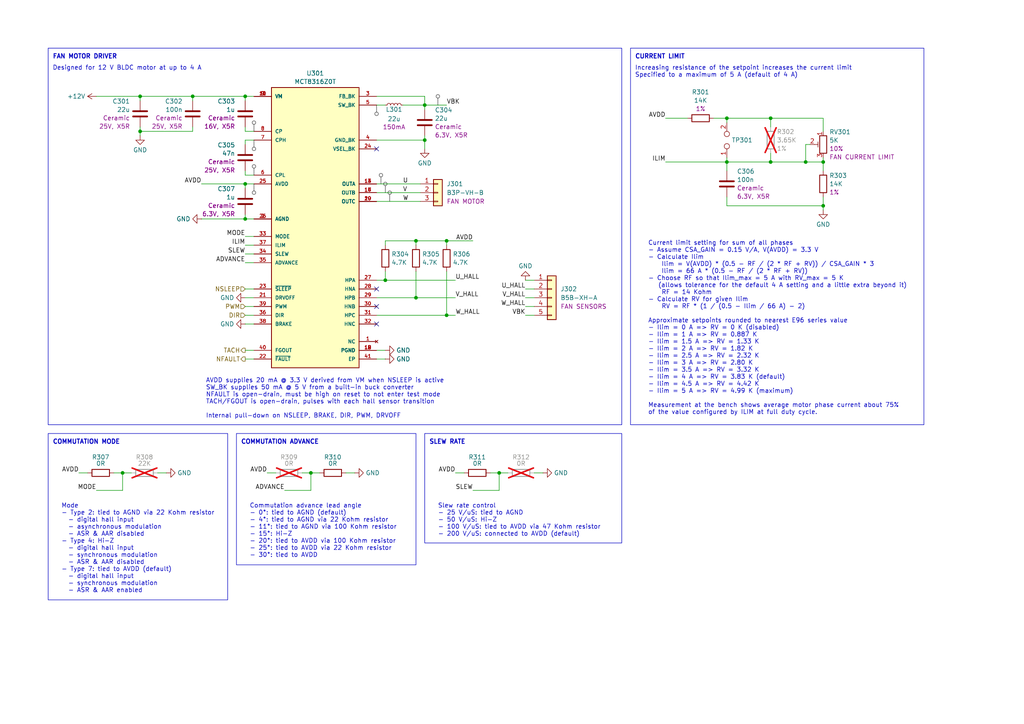
<source format=kicad_sch>
(kicad_sch (version 20231120) (generator "eeschema") (generator_version "8.0")
  (paper "A4")
  (title_block (title "Minuet Fan Motor Driver"))
  (lib_symbols
    (symbol "Connector:TestPoint_2Pole" (pin_names (offset 0.762) hide)
      (property "Reference" "TP" (at 0 1.524 0))
      (property "Value" "TestPoint_2Pole" (at 0 -1.778 0))
      (symbol "TestPoint_2Pole_0_1"
        (circle (center -1.778 0) (radius 0.762))
        (circle (center 1.778 0) (radius 0.762))
        (pin passive line (at -5.08 0 0) (length 2.54) (name "1") (number "1"))
        (pin passive line (at 5.08 0 180) (length 2.54) (name "2") (number "2"))
      )
    )
    (symbol "Connector_Generic:Conn_01x03" (pin_names (offset 1.016) hide)
      (property "Reference" "J" (at 0 5.08 0))
      (property "Value" "Conn_01x03" (at 0 -5.08 0))
      (symbol "Conn_01x03_1_1"
        (rectangle (start -1.27 -2.413) (end 0 -2.667) (stroke (width 0.1524)))
        (rectangle (start -1.27 0.127) (end 0 -0.127) (stroke (width 0.1524)))
        (rectangle (start -1.27 2.667) (end 0 2.413) (stroke (width 0.1524)))
        (rectangle (start -1.27 3.81) (end 1.27 -3.81) (stroke (width 0.254)) (fill (type background)))
        (pin passive line (at -5.08 2.54 0) (length 3.81) (name "Pin_1") (number "1"))
        (pin passive line (at -5.08 0 0) (length 3.81) (name "Pin_2") (number "2"))
        (pin passive line (at -5.08 -2.54 0) (length 3.81) (name "Pin_3") (number "3"))
      )
    )
    (symbol "Connector_Generic:Conn_01x05" (pin_names (offset 1.016) hide)
      (property "Reference" "J" (at 0 7.62 0))
      (property "Value" "Conn_01x05" (at 0 -7.62 0))
      (symbol "Conn_01x05_1_1"
        (rectangle (start -1.27 -4.953) (end 0 -5.207) (stroke (width 0.1524)))
        (rectangle (start -1.27 -2.413) (end 0 -2.667) (stroke (width 0.1524)))
        (rectangle (start -1.27 0.127) (end 0 -0.127) (stroke (width 0.1524)))
        (rectangle (start -1.27 2.667) (end 0 2.413) (stroke (width 0.1524)))
        (rectangle (start -1.27 5.207) (end 0 4.953) (stroke (width 0.1524)))
        (rectangle (start -1.27 6.35) (end 1.27 -6.35) (stroke (width 0.254)) (fill (type background)))
        (pin passive line (at -5.08 5.08 0) (length 3.81) (name "Pin_1") (number "1"))
        (pin passive line (at -5.08 2.54 0) (length 3.81) (name "Pin_2") (number "2"))
        (pin passive line (at -5.08 0 0) (length 3.81) (name "Pin_3") (number "3"))
        (pin passive line (at -5.08 -2.54 0) (length 3.81) (name "Pin_4") (number "4"))
        (pin passive line (at -5.08 -5.08 0) (length 3.81) (name "Pin_5") (number "5"))
      )
    )
    (symbol "Device:C" (pin_numbers hide) (pin_names (offset 0.254))
      (property "Reference" "C" (at 0.635 2.54 0))
      (property "Value" "C" (at 0.635 -2.54 0))
      (symbol "C_0_1"
        (polyline (pts (xy -2.032 -0.762) (xy 2.032 -0.762)) (stroke (width 0.508)))
        (polyline (pts (xy -2.032 0.762) (xy 2.032 0.762)) (stroke (width 0.508)))
      )
      (symbol "C_1_1"
        (pin passive line (at 0 3.81 270) (length 2.794) (name "~") (number "1"))
        (pin passive line (at 0 -3.81 90) (length 2.794) (name "~") (number "2"))
      )
    )
    (symbol "Device:L_Small" (pin_numbers hide) (pin_names (offset 0.254) hide)
      (property "Reference" "L" (at 0.762 1.016 0))
      (property "Value" "L_Small" (at 0.762 -1.016 0))
      (symbol "L_Small_0_1"
        (arc (start 0 -2.032) (mid 0.5058 -1.524) (end 0 -1.016))
        (arc (start 0 -1.016) (mid 0.5058 -0.508) (end 0 0))
        (arc (start 0 0) (mid 0.5058 0.508) (end 0 1.016))
        (arc (start 0 1.016) (mid 0.5058 1.524) (end 0 2.032))
      )
      (symbol "L_Small_1_1"
        (pin passive line (at 0 2.54 270) (length 0.508) (name "~") (number "1"))
        (pin passive line (at 0 -2.54 90) (length 0.508) (name "~") (number "2"))
      )
    )
    (symbol "Device:R" (pin_numbers hide) (pin_names (offset 0))
      (property "Reference" "R" (at 2.032 0 90))
      (property "Value" "R" (at 0 0 90))
      (symbol "R_0_1"
        (rectangle (start -1.016 -2.54) (end 1.016 2.54) (stroke (width 0.254)))
      )
      (symbol "R_1_1"
        (pin passive line (at 0 3.81 270) (length 1.27) (name "~") (number "1"))
        (pin passive line (at 0 -3.81 90) (length 1.27) (name "~") (number "2"))
      )
    )
    (symbol "Device:R_Potentiometer_Trim" (pin_names (offset 1.016) hide)
      (property "Reference" "RV" (at -4.445 0 90))
      (property "Value" "R_Potentiometer_Trim" (at -2.54 0 90))
      (symbol "R_Potentiometer_Trim_0_1"
        (polyline (pts (xy 1.524 0.762) (xy 1.524 -0.762)))
        (polyline (pts (xy 2.54 0) (xy 1.524 0)))
        (rectangle (start 1.016 2.54) (end -1.016 -2.54) (stroke (width 0.254)))
      )
      (symbol "R_Potentiometer_Trim_1_1"
        (pin passive line (at 0 3.81 270) (length 1.27) (name "1") (number "1"))
        (pin passive line (at 3.81 0 180) (length 1.27) (name "2") (number "2"))
        (pin passive line (at 0 -3.81 90) (length 1.27) (name "3") (number "3"))
      )
    )
    (symbol "MCT8316ZT:MCT8316ZT" (pin_names (offset 1.016))
      (property "Reference" "U" (at -12.7 41.402 0))
      (property "Value" "MCT8316ZT" (at -12.7 -43.18 0))
      (symbol "MCT8316ZT_0_0"
        (rectangle (start -12.7 40.64) (end 12.7 -40.64) (stroke (width 0.254)) (fill (type background)))
        (pin power_in line (at -17.78 38.1 0) (length 5.08) (name "VM") (number "10"))
        (pin power_in line (at 17.78 -35.56 180) (length 5.08) (name "PGND") (number "12"))
        (pin power_in line (at 17.78 -35.56 180) (length 5.08) (name "PGND") (number "18"))
        (pin power_in line (at -17.78 2.54 0) (length 5.08) (name "AGND") (number "2"))
        (pin input line (at -17.78 -20.32 0) (length 5.08) (name "DRVOFF") (number "21"))
        (pin output line (at -17.78 -38.1 0) (length 5.08) (name "~{FAULT}") (number "22"))
        (pin input line (at -17.78 -17.78 0) (length 5.08) (name "~{SLEEP}") (number "23"))
        (pin input line (at 17.78 -15.24 180) (length 5.08) (name "HPA") (number "27"))
        (pin input line (at 17.78 -17.78 180) (length 5.08) (name "HNA") (number "28"))
        (pin input line (at 17.78 -20.32 180) (length 5.08) (name "HPB") (number "29"))
        (pin input line (at 17.78 38.1 180) (length 5.08) (name "FB_BK") (number "3"))
        (pin input line (at 17.78 -22.86 180) (length 5.08) (name "HNB") (number "30"))
        (pin input line (at 17.78 -25.4 180) (length 5.08) (name "HPC") (number "31"))
        (pin input line (at 17.78 -27.94 180) (length 5.08) (name "HNC") (number "32"))
        (pin input line (at -17.78 -2.54 0) (length 5.08) (name "MODE") (number "33"))
        (pin input line (at -17.78 -7.62 0) (length 5.08) (name "SLEW") (number "34"))
        (pin input line (at -17.78 -10.16 0) (length 5.08) (name "ADVANCE") (number "35"))
        (pin input line (at -17.78 -25.4 0) (length 5.08) (name "DIR") (number "36"))
        (pin input line (at -17.78 -5.08 0) (length 5.08) (name "ILIM") (number "37"))
        (pin input line (at -17.78 -27.94 0) (length 5.08) (name "BRAKE") (number "38"))
        (pin input line (at -17.78 -22.86 0) (length 5.08) (name "PWM") (number "39"))
        (pin power_in line (at 17.78 25.4 180) (length 5.08) (name "GND_BK") (number "4"))
        (pin output line (at -17.78 -35.56 0) (length 5.08) (name "FGOUT") (number "40"))
        (pin power_in line (at 17.78 -38.1 180) (length 5.08) (name "EP") (number "41"))
        (pin power_in line (at -17.78 38.1 0) (length 5.08) (name "VM") (number "9"))
      )
      (symbol "MCT8316ZT_1_0"
        (pin no_connect line (at 17.78 -33.02 180) (length 5.08) (name "NC") (number "1"))
        (pin power_in line (at -17.78 38.1 0) (length 5.08) (name "VM") (number "11"))
        (pin power_out line (at 17.78 12.7 180) (length 5.08) (name "OUTA") (number "13"))
        (pin power_out line (at 17.78 12.7 180) (length 5.08) (name "OUTA") (number "14"))
        (pin power_in line (at 17.78 -35.56 180) (length 5.08) (name "PGND") (number "15"))
        (pin power_out line (at 17.78 10.16 180) (length 5.08) (name "OUTB") (number "16"))
        (pin power_out line (at 17.78 10.16 180) (length 5.08) (name "OUTB") (number "17"))
        (pin power_out line (at 17.78 7.62 180) (length 5.08) (name "OUTC") (number "19"))
        (pin power_out line (at 17.78 7.62 180) (length 5.08) (name "OUTC") (number "20"))
        (pin input line (at 17.78 22.86 180) (length 5.08) (name "VSEL_BK") (number "24"))
        (pin power_out line (at -17.78 12.7 0) (length 5.08) (name "AVDD") (number "25"))
        (pin power_in line (at -17.78 2.54 0) (length 5.08) (name "AGND") (number "26"))
        (pin power_out line (at 17.78 35.56 180) (length 5.08) (name "SW_BK") (number "5"))
        (pin power_out line (at -17.78 15.24 0) (length 5.08) (name "CPL") (number "6"))
        (pin power_out line (at -17.78 25.4 0) (length 5.08) (name "CPH") (number "7"))
        (pin power_out line (at -17.78 27.94 0) (length 5.08) (name "CP") (number "8"))
      )
    )
    (symbol "power:+12V" (power) (pin_numbers hide) (pin_names (offset 0) hide)
      (property "Value" "+12V" (at 0 3.556 0))
      (symbol "+12V_0_1"
        (polyline (pts (xy -0.762 1.27) (xy 0 2.54)))
        (polyline (pts (xy 0 0) (xy 0 2.54)))
        (polyline (pts (xy 0 2.54) (xy 0.762 1.27)))
      )
      (symbol "+12V_1_1"
        (pin power_in line (at 0 0 90) (length 0) (name "~") (number "1"))
      )
    )
    (symbol "power:GND" (power) (pin_numbers hide) (pin_names (offset 0) hide)
      (property "Value" "GND" (at 0 -3.81 0))
      (symbol "GND_0_1"
        (polyline (pts (xy 0 0) (xy 0 -1.27) (xy 1.27 -1.27) (xy 0 -2.54) (xy -1.27 -1.27) (xy 0 -1.27)))
      )
      (symbol "GND_1_1"
        (pin power_in line (at 0 0 270) (length 0) (name "~") (number "1"))
      )
    )
  )
  (junction (at 238.76 59.69))
  (junction (at 55.88 27.94))
  (junction (at 238.76 46.99))
  (junction (at 71.12 63.5))
  (junction (at 123.19 40.64))
  (junction (at 71.12 53.34))
  (junction (at 123.19 30.48))
  (junction (at 40.64 27.94))
  (junction (at 90.17 137.16))
  (junction (at 71.12 27.94))
  (junction (at 210.82 34.29))
  (junction (at 129.54 69.85))
  (junction (at 210.82 46.99))
  (junction (at 144.78 137.16))
  (junction (at 223.52 46.99))
  (junction (at 129.54 91.44))
  (junction (at 111.76 81.28))
  (junction (at 35.56 137.16))
  (junction (at 120.65 86.36))
  (junction (at 223.52 34.29))
  (junction (at 40.64 38.1))
  (junction (at 233.68 46.99))
  (junction (at 120.65 69.85))
  (no_connect (at 109.22 43.18))
  (no_connect (at 109.22 88.9))
  (no_connect (at 109.22 93.98))
  (no_connect (at 109.22 83.82))
  (wire (pts (xy 71.12 41.91) (xy 71.12 40.64)))
  (wire (pts (xy 120.65 86.36) (xy 120.65 78.74)))
  (wire (pts (xy 71.12 54.61) (xy 71.12 53.34)))
  (wire (pts (xy 123.19 39.37) (xy 123.19 40.64)))
  (wire (pts (xy 71.12 27.94) (xy 73.66 27.94)))
  (wire (pts (xy 71.12 76.2) (xy 73.66 76.2)))
  (wire (pts (xy 35.56 137.16) (xy 33.02 137.16)))
  (wire (pts (xy 129.54 69.85) (xy 129.54 71.12)))
  (wire (pts (xy 71.12 29.21) (xy 71.12 27.94)))
  (wire (pts (xy 109.22 30.48) (xy 111.76 30.48)))
  (wire (pts (xy 154.94 137.16) (xy 157.48 137.16)))
  (wire (pts (xy 123.19 40.64) (xy 123.19 43.18)))
  (wire (pts (xy 90.17 137.16) (xy 92.71 137.16)))
  (wire (pts (xy 109.22 27.94) (xy 123.19 27.94)))
  (wire (pts (xy 144.78 137.16) (xy 142.24 137.16)))
  (wire (pts (xy 109.22 40.64) (xy 123.19 40.64)))
  (wire (pts (xy 35.56 137.16) (xy 38.1 137.16)))
  (wire (pts (xy 234.95 41.91) (xy 233.68 41.91)))
  (wire (pts (xy 144.78 142.24) (xy 144.78 137.16)))
  (wire (pts (xy 233.68 41.91) (xy 233.68 46.99)))
  (wire (pts (xy 223.52 34.29) (xy 238.76 34.29)))
  (wire (pts (xy 207.01 34.29) (xy 210.82 34.29)))
  (wire (pts (xy 129.54 69.85) (xy 120.65 69.85)))
  (wire (pts (xy 71.12 27.94) (xy 55.88 27.94)))
  (wire (pts (xy 40.64 27.94) (xy 55.88 27.94)))
  (wire (pts (xy 58.42 63.5) (xy 71.12 63.5)))
  (wire (pts (xy 82.55 142.24) (xy 90.17 142.24)))
  (wire (pts (xy 71.12 101.6) (xy 73.66 101.6)))
  (wire (pts (xy 35.56 142.24) (xy 35.56 137.16)))
  (wire (pts (xy 132.08 86.36) (xy 120.65 86.36)))
  (wire (pts (xy 120.65 69.85) (xy 111.76 69.85)))
  (wire (pts (xy 238.76 46.99) (xy 238.76 49.53)))
  (wire (pts (xy 109.22 81.28) (xy 111.76 81.28)))
  (wire (pts (xy 109.22 86.36) (xy 120.65 86.36)))
  (wire (pts (xy 71.12 68.58) (xy 73.66 68.58)))
  (wire (pts (xy 71.12 71.12) (xy 73.66 71.12)))
  (wire (pts (xy 77.47 137.16) (xy 80.01 137.16)))
  (wire (pts (xy 111.76 81.28) (xy 132.08 81.28)))
  (wire (pts (xy 132.08 91.44) (xy 129.54 91.44)))
  (wire (pts (xy 152.4 81.28) (xy 154.94 81.28)))
  (wire (pts (xy 55.88 38.1) (xy 40.64 38.1)))
  (wire (pts (xy 223.52 34.29) (xy 223.52 36.83)))
  (wire (pts (xy 193.04 34.29) (xy 199.39 34.29)))
  (wire (pts (xy 71.12 63.5) (xy 71.12 62.23)))
  (wire (pts (xy 55.88 36.83) (xy 55.88 38.1)))
  (wire (pts (xy 71.12 104.14) (xy 73.66 104.14)))
  (wire (pts (xy 137.16 69.85) (xy 129.54 69.85)))
  (wire (pts (xy 116.84 30.48) (xy 123.19 30.48)))
  (wire (pts (xy 27.94 142.24) (xy 35.56 142.24)))
  (wire (pts (xy 27.94 27.94) (xy 40.64 27.94)))
  (wire (pts (xy 111.76 78.74) (xy 111.76 81.28)))
  (wire (pts (xy 100.33 137.16) (xy 102.87 137.16)))
  (wire (pts (xy 144.78 137.16) (xy 147.32 137.16)))
  (wire (pts (xy 238.76 45.72) (xy 238.76 46.99)))
  (wire (pts (xy 132.08 137.16) (xy 134.62 137.16)))
  (wire (pts (xy 137.16 142.24) (xy 144.78 142.24)))
  (wire (pts (xy 129.54 91.44) (xy 129.54 78.74)))
  (wire (pts (xy 238.76 59.69) (xy 238.76 60.96)))
  (wire (pts (xy 40.64 38.1) (xy 40.64 36.83)))
  (wire (pts (xy 152.4 83.82) (xy 154.94 83.82)))
  (wire (pts (xy 152.4 86.36) (xy 154.94 86.36)))
  (wire (pts (xy 40.64 29.21) (xy 40.64 27.94)))
  (wire (pts (xy 90.17 142.24) (xy 90.17 137.16)))
  (wire (pts (xy 152.4 91.44) (xy 154.94 91.44)))
  (wire (pts (xy 71.12 53.34) (xy 73.66 53.34)))
  (wire (pts (xy 22.86 137.16) (xy 25.4 137.16)))
  (wire (pts (xy 109.22 104.14) (xy 111.76 104.14)))
  (wire (pts (xy 210.82 46.99) (xy 210.82 49.53)))
  (wire (pts (xy 210.82 34.29) (xy 223.52 34.29)))
  (wire (pts (xy 123.19 27.94) (xy 123.19 30.48)))
  (wire (pts (xy 55.88 27.94) (xy 55.88 29.21)))
  (wire (pts (xy 71.12 36.83) (xy 71.12 38.1)))
  (wire (pts (xy 210.82 34.29) (xy 210.82 35.56)))
  (wire (pts (xy 71.12 38.1) (xy 73.66 38.1)))
  (wire (pts (xy 71.12 86.36) (xy 73.66 86.36)))
  (wire (pts (xy 193.04 46.99) (xy 210.82 46.99)))
  (wire (pts (xy 71.12 63.5) (xy 73.66 63.5)))
  (wire (pts (xy 123.19 30.48) (xy 123.19 31.75)))
  (wire (pts (xy 152.4 88.9) (xy 154.94 88.9)))
  (wire (pts (xy 58.42 53.34) (xy 71.12 53.34)))
  (wire (pts (xy 71.12 40.64) (xy 73.66 40.64)))
  (wire (pts (xy 71.12 88.9) (xy 73.66 88.9)))
  (wire (pts (xy 223.52 44.45) (xy 223.52 46.99)))
  (wire (pts (xy 109.22 55.88) (xy 121.92 55.88)))
  (wire (pts (xy 210.82 45.72) (xy 210.82 46.99)))
  (wire (pts (xy 90.17 137.16) (xy 87.63 137.16)))
  (wire (pts (xy 71.12 93.98) (xy 73.66 93.98)))
  (wire (pts (xy 109.22 53.34) (xy 121.92 53.34)))
  (wire (pts (xy 120.65 69.85) (xy 120.65 71.12)))
  (wire (pts (xy 109.22 91.44) (xy 129.54 91.44)))
  (wire (pts (xy 71.12 50.8) (xy 73.66 50.8)))
  (wire (pts (xy 233.68 46.99) (xy 238.76 46.99)))
  (wire (pts (xy 109.22 101.6) (xy 111.76 101.6)))
  (wire (pts (xy 210.82 59.69) (xy 238.76 59.69)))
  (wire (pts (xy 223.52 46.99) (xy 233.68 46.99)))
  (wire (pts (xy 71.12 49.53) (xy 71.12 50.8)))
  (wire (pts (xy 210.82 46.99) (xy 223.52 46.99)))
  (wire (pts (xy 123.19 30.48) (xy 129.54 30.48)))
  (wire (pts (xy 40.64 38.1) (xy 40.64 39.37)))
  (wire (pts (xy 71.12 83.82) (xy 73.66 83.82)))
  (wire (pts (xy 71.12 73.66) (xy 73.66 73.66)))
  (wire (pts (xy 71.12 91.44) (xy 73.66 91.44)))
  (wire (pts (xy 238.76 38.1) (xy 238.76 34.29)))
  (wire (pts (xy 111.76 69.85) (xy 111.76 71.12)))
  (wire (pts (xy 109.22 58.42) (xy 121.92 58.42)))
  (wire (pts (xy 210.82 59.69) (xy 210.82 57.15)))
  (wire (pts (xy 45.72 137.16) (xy 48.26 137.16)))
  (wire (pts (xy 238.76 57.15) (xy 238.76 59.69)))
  (rectangle (start 68.58 125.73) (end 120.65 163.83))
  (rectangle (start 123.19 125.73) (end 180.34 157.48))
  (rectangle (start 13.97 125.73) (end 66.04 173.99))
  (rectangle (start 13.97 13.97) (end 180.34 123.19))
  (rectangle (start 182.88 13.97) (end 267.97 123.19))
  (text "CURRENT LIMIT" (at 184.15 16.51 0) (effects (font (size 1.27 1.27) (thickness 0.254) (bold yes)) (justify left)))
  (text "Commutation advance lead angle\n- 0°: tied to AGND (default)\n- 4°: tied to AGND via 22 Kohm resistor\n- 11°: tied to AGND via 100 Kohm resistor\n- 15°: Hi-Z\n- 20°: tied to AVDD via 100 Kohm resistor\n- 25°: tied to AVDD via 22 Kohm resistor\n- 30°: tied to AVDD" (at 72.39 146.05 0) (effects (font (size 1.27 1.27)) (justify left top)))
  (text "COMMUTATION ADVANCE" (at 69.85 128.27 0) (effects (font (size 1.27 1.27) (thickness 0.254) (bold yes)) (justify left)))
  (text "FAN MOTOR DRIVER" (at 15.24 16.51 0) (effects (font (size 1.27 1.27) (thickness 0.254) (bold yes)) (justify left)))
  (text "SLEW RATE" (at 124.46 128.27 0) (effects (font (size 1.27 1.27) (thickness 0.254) (bold yes)) (justify left)))
  (text "COMMUTATION MODE" (at 15.24 128.27 0) (effects (font (size 1.27 1.27) (thickness 0.254) (bold yes)) (justify left)))
  (text "Increasing resistance of the setpoint increases the current limit\nSpecified to a maximum of 5 A (default of 4 A)" (at 184.15 19.05 0) (effects (font (size 1.27 1.27)) (justify left top)))
  (text "Designed for 12 V BLDC motor at up to 4 A" (at 15.24 19.05 0) (effects (font (size 1.27 1.27)) (justify left top)))
  (text "Mode\n- Type 2: tied to AGND via 22 Kohm resistor\n  - digital hall input\n  - asynchronous modulation\n  - ASR & AAR disabled\n- Type 4: Hi-Z\n  - digital hall input\n  - synchronous modulation\n  - ASR & AAR disabled\n- Type 7: tied to AVDD (default)\n  - digital hall input\n  - synchronous modulation\n  - ASR & AAR enabled\n" (at 17.78 146.05 0) (effects (font (size 1.27 1.27)) (justify left top)))
  (text "AVDD supplies 20 mA @ 3.3 V derived from VM when NSLEEP is active\nSW_BK supplies 50 mA @ 5 V from a built-in buck converter\nNFAULT is open-drain, must be high on reset to not enter test mode\nTACH/FGOUT is open-drain, pulses with each hall sensor transition\n\nInternal pull-down on NSLEEP, BRAKE, DIR, PWM, DRVOFF" (at 59.69 115.57 0) (effects (font (size 1.27 1.27)) (justify left)))
  (text "Current limit setting for sum of all phases\n- Assume CSA_GAIN = 0.15 V/A, V(AVDD) = 3.3 V\n- Calculate Ilim\n    Ilim = V(AVDD) * (0.5 - RF / (2 * RF + RV)) / CSA_GAIN * 3\n    Ilim = 66 A * (0.5 - RF / (2 * RF + RV))\n- Choose RF so that Ilim_max = 5 A with RV_max = 5 K\n   (allows tolerance for the default 4 A setting and a little extra beyond it)\n    RF = 14 Kohm\n- Calculate RV for given Ilim\n    RV = RF * (1 / (0.5 - Ilim / 66 A) - 2)\n\nApproximate setpoints rounded to nearest E96 series value\n- Ilim = 0 A => RV = 0 K (disabled)\n- Ilim = 1 A => RV = 0.887 K\n- Ilim = 1.5 A => RV = 1.33 K\n- Ilim = 2 A => RV = 1.82 K\n- Ilim = 2.5 A => RV = 2.32 K\n- Ilim = 3 A => RV = 2.80 K\n- Ilim = 3.5 A => RV = 3.32 K\n- Ilim = 4 A => RV = 3.83 K (default)\n- Ilim = 4.5 A => RV = 4.42 K\n- Ilim = 5 A => RV = 4.99 K (maximum)\n\nMeasurement at the bench shows average motor phase current about 75%\nof the value configured by ILIM at full duty cycle." (at 187.96 69.85 0) (effects (font (size 1.27 1.27)) (justify left top)))
  (text "Slew rate control\n- 25 V/uS: tied to AGND\n- 50 V/uS: Hi-Z\n- 100 V/uS: tied to AVDD via 47 Kohm resistor\n- 200 V/uS: connected to AVDD (default)" (at 127 146.05 0) (effects (font (size 1.27 1.27)) (justify left top)))
  (label "W_HALL" (at 132.08 91.44 0))
  (label "ILIM" (at 193.04 46.99 180))
  (label "W_HALL" (at 152.4 88.9 180))
  (label "W" (at 116.84 58.42 0))
  (label "V" (at 116.84 55.88 0))
  (label "SLEW" (at 137.16 142.24 180))
  (label "ADVANCE" (at 82.55 142.24 180))
  (label "AVDD" (at 58.42 53.34 180))
  (label "ADVANCE" (at 71.12 76.2 180))
  (label "U_HALL" (at 132.08 81.28 0))
  (label "MODE" (at 27.94 142.24 180))
  (label "V_HALL" (at 152.4 86.36 180))
  (label "AVDD" (at 22.86 137.16 180))
  (label "VBK" (at 152.4 91.44 180))
  (label "U" (at 116.84 53.34 0))
  (label "AVDD" (at 137.16 69.85 180))
  (label "SLEW" (at 71.12 73.66 180))
  (label "AVDD" (at 77.47 137.16 180))
  (label "VBK" (at 129.54 30.48 0))
  (label "AVDD" (at 193.04 34.29 180))
  (label "AVDD" (at 132.08 137.16 180))
  (label "ILIM" (at 71.12 71.12 180))
  (label "MODE" (at 71.12 68.58 180))
  (label "U_HALL" (at 152.4 83.82 180))
  (label "V_HALL" (at 132.08 86.36 0))
  (hierarchical_label "DIR" (shape input) (at 71.12 91.44 180))
  (hierarchical_label "TACH" (shape output) (at 71.12 101.6 180))
  (hierarchical_label "NFAULT" (shape output) (at 71.12 104.14 180))
  (hierarchical_label "PWM" (shape input) (at 71.12 88.9 180))
  (hierarchical_label "NSLEEP" (shape input) (at 71.12 83.82 180))
  (netclass_flag "" (length 2.54) (shape round) (at 113.03 58.42 0) (property "Netclass" "Power-4A" (effects (hide yes))))
  (netclass_flag "" (length 2.54) (shape round) (at 109.22 30.48 180) (property "Netclass" "Power" (effects (hide yes))))
  (netclass_flag "" (length 2.54) (shape round) (at 110.49 53.34 0) (property "Netclass" "Power-4A" (effects (hide yes))))
  (netclass_flag "" (length 2.54) (shape round) (at 73.66 53.34 180) (property "Netclass" "FanBuck" (effects (hide yes))))
  (netclass_flag "" (length 2.54) (shape round) (at 127 30.48 0) (property "Netclass" "FanBuck" (effects (hide yes))))
  (netclass_flag "" (length 2.54) (shape round) (at 111.76 55.88 0) (property "Netclass" "Power-4A" (effects (hide yes))))
  (netclass_flag "" (length 2.54) (shape round) (at 73.66 40.64 180) (property "Netclass" "Power" (effects (hide yes))))
  (netclass_flag "" (length 2.54) (shape round) (at 73.66 50.8 0) (property "Netclass" "Power" (effects (hide yes))))
  (netclass_flag "" (length 2.54) (shape round) (at 73.66 38.1 0) (property "Netclass" "Power" (effects (hide yes))))
  (symbol (lib_id "Device:L_Small") (at 114.3 30.48 270) (mirror x) (unit 1)
    (property "Reference" "L301" (at 114.3 31.75 90))
    (property "Value" "22u" (at 114.3 34.4974 90))
    (property "Footprint" "Inductor_SMD:L_0603_1608Metric" (effects (hide yes)))
    (property "Description" "Inductor, small symbol" (effects (hide yes)))
    (property "Rating" "150mA" (at 114.3 36.83 90))
  )
  (symbol (lib_id "Connector:TestPoint_2Pole") (at 210.82 40.64 270) (mirror x) (unit 1) (in_bom no)
    (property "Reference" "TP301" (at 212.217 40.64 90) (effects (justify left)))
    (property "Value" "TestPoint_2Pole" (effects (hide yes)))
    (property "Footprint" "TestPoint:TestPoint_2Pads_Pitch2.54mm_Drill0.8mm" (effects (hide yes)))
    (property "Description" "2-polar test point" (effects (hide yes)))
  )
  (symbol (lib_id "Device:C") (at 71.12 33.02 0) (mirror y) (unit 1)
    (property "Reference" "C303" (at 68.199 29.3835 0) (effects (justify left)))
    (property "Value" "1u" (at 68.199 31.8078 0) (effects (justify left)))
    (property "Footprint" "Capacitor_SMD:C_0603_1608Metric" (effects (hide yes)))
    (property "Description" "Unpolarized capacitor" (effects (hide yes)))
    (property "Type" "Ceramic" (at 68.199 34.2321 0) (effects (justify left)))
    (property "Rating" "16V, X5R" (at 68.199 36.6564 0) (effects (justify left)))
  )
  (symbol (lib_id "Connector_Generic:Conn_01x05") (at 160.02 86.36 0) (unit 1)
    (property "Reference" "J302" (at 162.56 83.82 0) (effects (justify left)))
    (property "Value" "B5B-XH-A" (at 162.56 86.36 0) (effects (justify left)))
    (property "Footprint" "Connector_JST:JST_XH_B5B-XH-A_1x05_P2.50mm_Vertical" (effects (hide yes)))
    (property "Description" "Generic connector, single row, 01x05, script generated (kicad-library-utils/schlib/autogen/connector/)" (effects (hide yes)))
    (property "Label" "FAN SENSORS" (at 162.56 88.9 0) (effects (justify left)))
    (property "LCSC" "C157991" (effects (hide yes)))
  )
  (symbol (lib_id "Device:C") (at 55.88 33.02 0) (unit 1)
    (property "Reference" "C302" (at 52.959 29.3835 0) (effects (justify right)))
    (property "Value" "100n" (at 52.959 31.8078 0) (effects (justify right)))
    (property "Footprint" "Capacitor_SMD:C_0603_1608Metric" (effects (hide yes)))
    (property "Description" "Unpolarized capacitor" (effects (hide yes)))
    (property "Type" "Ceramic" (at 52.959 34.2321 0) (effects (justify right)))
    (property "Rating" "25V, X5R" (at 52.959 36.6564 0) (effects (justify right)))
  )
  (symbol (lib_id "Device:R") (at 129.54 74.93 0) (mirror y) (unit 1)
    (property "Reference" "R306" (at 131.318 73.7178 0) (effects (justify right)))
    (property "Value" "4.7K" (at 131.318 76.1421 0) (effects (justify right)))
    (property "Footprint" "Resistor_SMD:R_0603_1608Metric" (effects (hide yes)))
    (property "Description" "Resistor" (effects (hide yes)))
  )
  (symbol (lib_id "Device:C") (at 71.12 58.42 0) (unit 1)
    (property "Reference" "C307" (at 68.199 54.7835 0) (effects (justify right)))
    (property "Value" "1u" (at 68.199 57.2078 0) (effects (justify right)))
    (property "Footprint" "Capacitor_SMD:C_0603_1608Metric" (effects (hide yes)))
    (property "Description" "Unpolarized capacitor" (effects (hide yes)))
    (property "Type" "Ceramic" (at 68.199 59.6321 0) (effects (justify right)))
    (property "Rating" "6.3V, X5R" (at 68.199 62.0564 0) (effects (justify right)))
  )
  (symbol (lib_id "power:GND") (at 71.12 93.98 270) (unit 1)
    (property "Reference" "#PWR0308" (effects (hide yes)))
    (property "Value" "GND" (at 67.9451 93.98 90) (effects (justify right)))
    (property "Description" "Power symbol creates a global label with name \"GND\" , ground" (effects (hide yes)))
  )
  (symbol (lib_id "power:GND") (at 48.26 137.16 90) (mirror x) (unit 1)
    (property "Reference" "#PWR0311" (effects (hide yes)))
    (property "Value" "GND" (at 51.435 137.16 90) (effects (justify right)))
    (property "Description" "Power symbol creates a global label with name \"GND\" , ground" (effects (hide yes)))
  )
  (symbol (lib_id "Device:R") (at 96.52 137.16 90) (mirror x) (unit 1)
    (property "Reference" "R310" (at 96.52 132.588 90))
    (property "Value" "0R" (at 96.52 134.4238 90))
    (property "Footprint" "Resistor_SMD:R_0603_1608Metric_Pad0.98x0.95mm_HandSolder" (effects (hide yes)))
    (property "Description" "Resistor" (effects (hide yes)))
  )
  (symbol (lib_id "Device:C") (at 123.19 35.56 0) (mirror y) (unit 1)
    (property "Reference" "C304" (at 126.111 31.9235 0) (effects (justify right)))
    (property "Value" "22u" (at 126.111 34.3478 0) (effects (justify right)))
    (property "Footprint" "Capacitor_SMD:C_0805_2012Metric" (effects (hide yes)))
    (property "Description" "Unpolarized capacitor" (effects (hide yes)))
    (property "Type" "Ceramic" (at 126.111 36.7721 0) (effects (justify right)))
    (property "Rating" "6.3V, X5R" (at 126.111 39.1964 0) (effects (justify right)))
  )
  (symbol (lib_id "power:+12V") (at 27.94 27.94 90) (unit 1)
    (property "Reference" "#PWR0301" (effects (hide yes)))
    (property "Value" "+12V" (at 24.765 27.94 90) (effects (justify left)))
    (property "Description" "Power symbol creates a global label with name \"+12V\"" (effects (hide yes)))
  )
  (symbol (lib_id "Device:R") (at 29.21 137.16 90) (mirror x) (unit 1)
    (property "Reference" "R307" (at 29.21 132.588 90))
    (property "Value" "0R" (at 29.21 134.4238 90))
    (property "Footprint" "Resistor_SMD:R_0603_1608Metric_Pad0.98x0.95mm_HandSolder" (effects (hide yes)))
    (property "Description" "Resistor" (effects (hide yes)))
  )
  (symbol (lib_id "Device:C") (at 210.82 53.34 0) (unit 1)
    (property "Reference" "C306" (at 213.741 49.7035 0) (effects (justify left)))
    (property "Value" "100n" (at 213.741 52.1278 0) (effects (justify left)))
    (property "Footprint" "Capacitor_SMD:C_0603_1608Metric" (effects (hide yes)))
    (property "Description" "Unpolarized capacitor" (effects (hide yes)))
    (property "Type" "Ceramic" (at 213.741 54.5521 0) (effects (justify left)))
    (property "Rating" "6.3V, X5R" (at 213.741 56.9764 0) (effects (justify left)))
  )
  (symbol (lib_id "power:GND") (at 102.87 137.16 90) (mirror x) (unit 1)
    (property "Reference" "#PWR0312" (effects (hide yes)))
    (property "Value" "GND" (at 106.045 137.16 90) (effects (justify right)))
    (property "Description" "Power symbol creates a global label with name \"GND\" , ground" (effects (hide yes)))
  )
  (symbol (lib_id "MCT8316ZT:MCT8316ZT") (at 91.44 66.04 0) (unit 1)
    (property "Reference" "U301" (at 91.44 21.2555 0))
    (property "Value" "MCT8316Z0T" (at 91.44 23.6798 0))
    (property "Footprint" "MCT8316Z:MCT8316ZT" (effects (hide yes)))
    (property "Datasheet" "https://www.ti.com/lit/ds/symlink/mct8316z.pdf" (effects (hide yes)))
    (property "MF" "Texas Instruments" (effects (hide yes)))
    (property "MAXIMUM_PACKAGE_HEIGHT" "0.8mm" (effects (hide yes)))
    (property "Package" "None" (effects (hide yes)))
    (property "Price" "None" (effects (hide yes)))
    (property "Check_prices" "https://www.snapeda.com/parts/MCT8315Z0HRRYR/Texas+Instruments/view-part/?ref=eda" (effects (hide yes)))
    (property "STANDARD" "Manufacturer Recommendations" (effects (hide yes)))
    (property "PARTREV" "December 2023" (effects (hide yes)))
    (property "SnapEDA_Link" "https://www.snapeda.com/parts/MCT8315Z0HRRYR/Texas+Instruments/view-part/?ref=snap" (effects (hide yes)))
    (property "MP" "MCT8316Z0TRGFR" (effects (hide yes)))
    (property "Description_1" "40-V max, 8-A peak, sensored trapezoidal control 3-phase BLDC motor driver" (effects (hide yes)))
    (property "Availability" "In Stock" (effects (hide yes)))
    (property "MANUFACTURER" "Texas Instruments" (effects (hide yes)))
    (property "LCSC" "C3681342" (effects (hide yes)))
  )
  (symbol (lib_id "power:GND") (at 111.76 101.6 90) (unit 1)
    (property "Reference" "#PWR0309" (effects (hide yes)))
    (property "Value" "GND" (at 114.935 101.6 90) (effects (justify right)))
    (property "Description" "Power symbol creates a global label with name \"GND\" , ground" (effects (hide yes)))
  )
  (symbol (lib_id "Device:R") (at 223.52 40.64 0) (mirror y) (unit 1) (in_bom no) (dnp yes)
    (property "Reference" "R302" (at 225.298 38.2157 0) (effects (justify right)))
    (property "Value" "3.65K" (at 225.298 40.64 0) (effects (justify right)))
    (property "Footprint" "Resistor_SMD:R_0603_1608Metric_Pad0.98x0.95mm_HandSolder" (effects (hide yes)))
    (property "Description" "Resistor" (effects (hide yes)))
    (property "Rating" "1%" (at 225.298 43.0643 0) (effects (justify right)))
  )
  (symbol (lib_id "power:GND") (at 157.48 137.16 90) (mirror x) (unit 1)
    (property "Reference" "#PWR0313" (effects (hide yes)))
    (property "Value" "GND" (at 160.655 137.16 90) (effects (justify right)))
    (property "Description" "Power symbol creates a global label with name \"GND\" , ground" (effects (hide yes)))
  )
  (symbol (lib_id "power:GND") (at 238.76 60.96 0) (mirror y) (unit 1)
    (property "Reference" "#PWR0304" (effects (hide yes)))
    (property "Value" "GND" (at 238.76 65.0931 0))
    (property "Description" "Power symbol creates a global label with name \"GND\" , ground" (effects (hide yes)))
  )
  (symbol (lib_id "Device:R") (at 120.65 74.93 0) (mirror y) (unit 1)
    (property "Reference" "R305" (at 122.428 73.7178 0) (effects (justify right)))
    (property "Value" "4.7K" (at 122.428 76.1421 0) (effects (justify right)))
    (property "Footprint" "Resistor_SMD:R_0603_1608Metric" (effects (hide yes)))
    (property "Description" "Resistor" (effects (hide yes)))
  )
  (symbol (lib_id "Connector_Generic:Conn_01x03") (at 127 55.88 0) (unit 1)
    (property "Reference" "J301" (at 129.54 53.34 0) (effects (justify left)))
    (property "Value" "B3P-VH-B" (at 129.54 55.88 0) (effects (justify left)))
    (property "Footprint" "Connector_JST:JST_VH_B3P-VH-B_1x03_P3.96mm_Vertical" (effects (hide yes)))
    (property "Description" "Generic connector, single row, 01x03, script generated (kicad-library-utils/schlib/autogen/connector/)" (effects (hide yes)))
    (property "Label" "FAN MOTOR" (at 129.54 58.42 0) (effects (justify left)))
    (property "LCSC" "C265360" (effects (hide yes)))
  )
  (symbol (lib_id "Device:R") (at 203.2 34.29 90) (mirror x) (unit 1)
    (property "Reference" "R301" (at 203.2 26.7053 90))
    (property "Value" "14K" (at 203.2 29.1296 90))
    (property "Footprint" "Resistor_SMD:R_0603_1608Metric" (effects (hide yes)))
    (property "Description" "Resistor" (effects (hide yes)))
    (property "Rating" "1%" (at 203.2 31.5539 90))
  )
  (symbol (lib_id "Device:R") (at 138.43 137.16 90) (mirror x) (unit 1)
    (property "Reference" "R311" (at 138.43 132.588 90))
    (property "Value" "0R" (at 138.43 134.4238 90))
    (property "Footprint" "Resistor_SMD:R_0603_1608Metric_Pad0.98x0.95mm_HandSolder" (effects (hide yes)))
    (property "Description" "Resistor" (effects (hide yes)))
  )
  (symbol (lib_id "power:GND") (at 40.64 39.37 0) (unit 1)
    (property "Reference" "#PWR0302" (effects (hide yes)))
    (property "Value" "GND" (at 40.64 43.5031 0))
    (property "Description" "Power symbol creates a global label with name \"GND\" , ground" (effects (hide yes)))
  )
  (symbol (lib_id "Device:R") (at 238.76 53.34 0) (mirror y) (unit 1)
    (property "Reference" "R303" (at 240.538 50.9157 0) (effects (justify right)))
    (property "Value" "14K" (at 240.538 53.34 0) (effects (justify right)))
    (property "Footprint" "Resistor_SMD:R_0603_1608Metric" (effects (hide yes)))
    (property "Description" "Resistor" (effects (hide yes)))
    (property "Rating" "1%" (at 240.538 55.7643 0) (effects (justify right)))
  )
  (symbol (lib_id "power:GND") (at 152.4 81.28 180) (unit 1)
    (property "Reference" "#PWR0306" (effects (hide yes)))
    (property "Value" "GND" (at 152.4 77.1469 0))
    (property "Description" "Power symbol creates a global label with name \"GND\" , ground" (effects (hide yes)))
  )
  (symbol (lib_id "Device:R") (at 151.13 137.16 90) (mirror x) (unit 1) (in_bom no) (dnp yes)
    (property "Reference" "R312" (at 151.13 132.588 90))
    (property "Value" "0R" (at 151.13 134.4238 90))
    (property "Footprint" "Resistor_SMD:R_0603_1608Metric_Pad0.98x0.95mm_HandSolder" (effects (hide yes)))
    (property "Description" "Resistor" (effects (hide yes)))
  )
  (symbol (lib_id "Device:C") (at 40.64 33.02 0) (unit 1)
    (property "Reference" "C301" (at 37.719 29.3835 0) (effects (justify right)))
    (property "Value" "22u" (at 37.719 31.8078 0) (effects (justify right)))
    (property "Footprint" "Capacitor_SMD:C_0805_2012Metric" (effects (hide yes)))
    (property "Description" "Unpolarized capacitor" (effects (hide yes)))
    (property "Type" "Ceramic" (at 37.719 34.2321 0) (effects (justify right)))
    (property "Rating" "25V, X5R" (at 37.719 36.6564 0) (effects (justify right)))
  )
  (symbol (lib_id "Device:R") (at 83.82 137.16 90) (mirror x) (unit 1) (in_bom no) (dnp yes)
    (property "Reference" "R309" (at 83.82 132.588 90))
    (property "Value" "0R" (at 83.82 134.4238 90))
    (property "Footprint" "Resistor_SMD:R_0603_1608Metric_Pad0.98x0.95mm_HandSolder" (effects (hide yes)))
    (property "Description" "Resistor" (effects (hide yes)))
  )
  (symbol (lib_id "Device:R_Potentiometer_Trim") (at 238.76 41.91 0) (mirror y) (unit 1)
    (property "Reference" "RV301" (at 240.538 38.2735 0) (effects (justify right)))
    (property "Value" "5K" (at 240.538 40.6978 0) (effects (justify right)))
    (property "Footprint" "3362P-1-502LF:TRIM_3362P-1-502LF" (effects (hide yes)))
    (property "Datasheet" "https://www.bourns.com/docs/Product-Datasheets/3362.pdf" (effects (hide yes)))
    (property "Description" "Trim-potentiometer" (effects (hide yes)))
    (property "Rating" "10%" (at 240.538 43.1221 0) (effects (justify right)))
    (property "Label" "FAN CURRENT LIMIT" (at 240.538 45.5464 0) (effects (justify right)))
    (property "LCSC" "C81260" (effects (hide yes)))
  )
  (symbol (lib_id "Device:C") (at 71.12 45.72 0) (unit 1)
    (property "Reference" "C305" (at 68.199 42.0835 0) (effects (justify right)))
    (property "Value" "47n" (at 68.199 44.5078 0) (effects (justify right)))
    (property "Footprint" "Capacitor_SMD:C_0603_1608Metric" (effects (hide yes)))
    (property "Description" "Unpolarized capacitor" (effects (hide yes)))
    (property "Type" "Ceramic" (at 68.199 46.9321 0) (effects (justify right)))
    (property "Rating" "25V, X5R" (at 68.199 49.3564 0) (effects (justify right)))
  )
  (symbol (lib_id "Device:R") (at 41.91 137.16 90) (mirror x) (unit 1) (in_bom no) (dnp yes)
    (property "Reference" "R308" (at 41.91 132.588 90))
    (property "Value" "22K" (at 41.91 134.4238 90))
    (property "Footprint" "Resistor_SMD:R_0603_1608Metric_Pad0.98x0.95mm_HandSolder" (effects (hide yes)))
    (property "Description" "Resistor" (effects (hide yes)))
  )
  (symbol (lib_id "Device:R") (at 111.76 74.93 0) (mirror y) (unit 1)
    (property "Reference" "R304" (at 113.538 73.7178 0) (effects (justify right)))
    (property "Value" "4.7K" (at 113.538 76.1421 0) (effects (justify right)))
    (property "Footprint" "Resistor_SMD:R_0603_1608Metric" (effects (hide yes)))
    (property "Description" "Resistor" (effects (hide yes)))
  )
  (symbol (lib_id "power:GND") (at 111.76 104.14 90) (unit 1)
    (property "Reference" "#PWR0310" (effects (hide yes)))
    (property "Value" "GND" (at 114.935 104.14 90) (effects (justify right)))
    (property "Description" "Power symbol creates a global label with name \"GND\" , ground" (effects (hide yes)))
  )
  (symbol (lib_id "power:GND") (at 58.42 63.5 270) (unit 1)
    (property "Reference" "#PWR0305" (effects (hide yes)))
    (property "Value" "GND" (at 55.2451 63.5 90) (effects (justify right)))
    (property "Description" "Power symbol creates a global label with name \"GND\" , ground" (effects (hide yes)))
  )
  (symbol (lib_id "power:GND") (at 123.19 43.18 0) (unit 1)
    (property "Reference" "#PWR0303" (effects (hide yes)))
    (property "Value" "GND" (at 123.19 47.3131 0))
    (property "Description" "Power symbol creates a global label with name \"GND\" , ground" (effects (hide yes)))
  )
  (symbol (lib_id "power:GND") (at 71.12 86.36 270) (unit 1)
    (property "Reference" "#PWR0307" (effects (hide yes)))
    (property "Value" "GND" (at 67.9451 86.36 90) (effects (justify right)))
    (property "Description" "Power symbol creates a global label with name \"GND\" , ground" (effects (hide yes)))
  )
)
</source>
